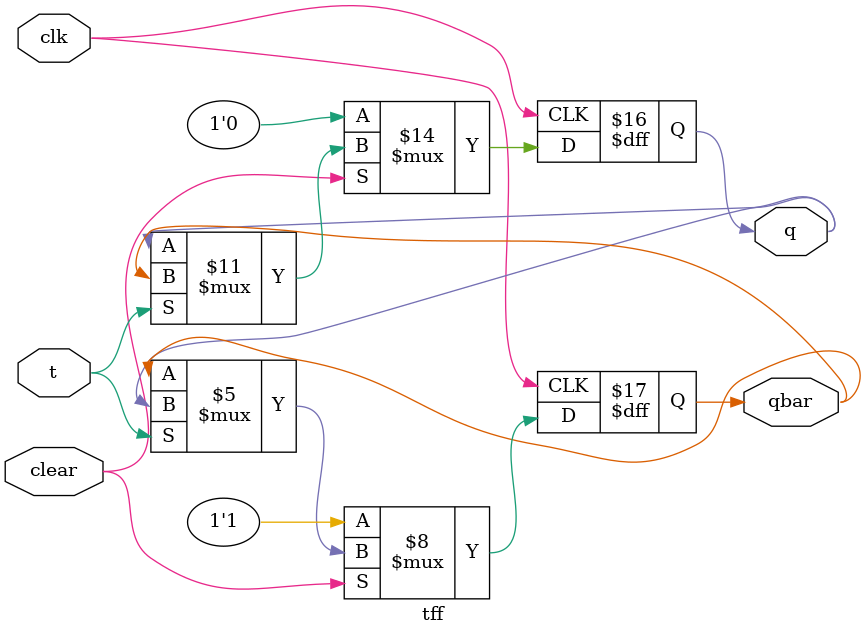
<source format=v>
module tff(q,qbar,t,clk,clear);

output reg q,qbar;
input t,clk,clear;

always @ (posedge clk)

if(clear==1'b0)
begin
	q<=1'b0;
	qbar<=1'b1;
end
else if(t == 1'b0)
begin
	q<=q;
	qbar<=qbar;
end
else 
begin
	q<=qbar;
	qbar<=q;
end

//nand(a,qbar,t,clk);
//nand(b,q,t,clk);
//nand(q,a,qbar);
//nand(qbar,b,q);

endmodule

</source>
